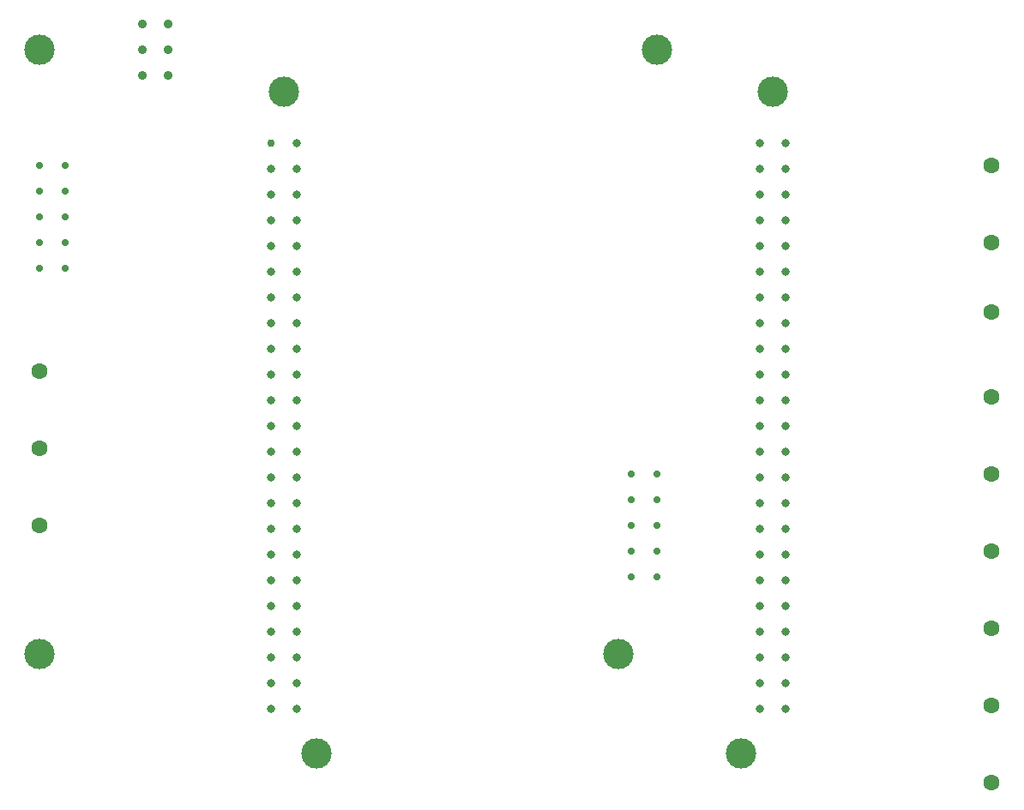
<source format=gbr>
G04 Layer_Color=0*
%FSLAX26Y26*%
%MOIN*%
%TF.FileFunction,Plated,1,2,PTH,Drill*%
%TF.Part,Single*%
G01*
G75*
%TA.AperFunction,ComponentDrill*%
%ADD33C,0.062992*%
%ADD34C,0.035433*%
%ADD35C,0.030000*%
%ADD36C,0.031496*%
%ADD37C,0.118110*%
%TA.AperFunction,OtherDrill,Free Pad (0mil,2350mil)*%
%ADD38C,0.118110*%
%TA.AperFunction,OtherDrill,Free Pad (2400mil,2350mil)*%
%ADD39C,0.118110*%
%TA.AperFunction,OtherDrill,Free Pad (2250mil,0mil)*%
%ADD40C,0.118110*%
%TA.AperFunction,OtherDrill,Free Pad (0mil,0mil)*%
%ADD41C,0.118110*%
%TA.AperFunction,ComponentDrill*%
%ADD42C,0.027953*%
D33*
X3700000Y1900000D02*
D03*
Y1330000D02*
D03*
Y400000D02*
D03*
Y-200000D02*
D03*
Y100000D02*
D03*
Y1600000D02*
D03*
Y700000D02*
D03*
Y1000000D02*
D03*
X0Y500000D02*
D03*
X3700000Y-500000D02*
D03*
X0Y800000D02*
D03*
Y1100000D02*
D03*
D34*
X500000Y2250000D02*
D03*
Y2350000D02*
D03*
Y2450000D02*
D03*
X400000D02*
D03*
Y2350000D02*
D03*
Y2250000D02*
D03*
D35*
X900000Y1987500D02*
D03*
D36*
X2800000Y-212500D02*
D03*
Y-112500D02*
D03*
Y-12500D02*
D03*
Y87500D02*
D03*
Y187500D02*
D03*
Y287500D02*
D03*
Y387500D02*
D03*
Y487500D02*
D03*
Y587500D02*
D03*
Y687500D02*
D03*
Y787500D02*
D03*
Y887500D02*
D03*
Y987500D02*
D03*
Y1087500D02*
D03*
Y1187500D02*
D03*
Y1287500D02*
D03*
Y1387500D02*
D03*
Y1487500D02*
D03*
Y1587500D02*
D03*
Y1687500D02*
D03*
Y1787500D02*
D03*
Y1887500D02*
D03*
X2900000Y-212500D02*
D03*
Y-112500D02*
D03*
Y-12500D02*
D03*
Y87500D02*
D03*
Y187500D02*
D03*
Y287500D02*
D03*
Y387500D02*
D03*
Y487500D02*
D03*
Y587500D02*
D03*
Y687500D02*
D03*
Y787500D02*
D03*
Y887500D02*
D03*
Y987500D02*
D03*
Y1087500D02*
D03*
Y1187500D02*
D03*
Y1287500D02*
D03*
Y1387500D02*
D03*
Y1487500D02*
D03*
Y1587500D02*
D03*
Y1687500D02*
D03*
Y1787500D02*
D03*
Y1887500D02*
D03*
Y1987500D02*
D03*
X2800000D02*
D03*
X900000Y-212500D02*
D03*
Y-112500D02*
D03*
Y-12500D02*
D03*
Y87500D02*
D03*
Y187500D02*
D03*
Y287500D02*
D03*
Y387500D02*
D03*
Y487500D02*
D03*
Y587500D02*
D03*
Y687500D02*
D03*
Y787500D02*
D03*
Y887500D02*
D03*
Y987500D02*
D03*
Y1087500D02*
D03*
Y1187500D02*
D03*
Y1287500D02*
D03*
Y1387500D02*
D03*
Y1487500D02*
D03*
Y1587500D02*
D03*
Y1687500D02*
D03*
Y1787500D02*
D03*
Y1887500D02*
D03*
X1000000Y-212500D02*
D03*
Y-112500D02*
D03*
Y-12500D02*
D03*
Y87500D02*
D03*
Y187500D02*
D03*
Y287500D02*
D03*
Y387500D02*
D03*
Y487500D02*
D03*
Y587500D02*
D03*
Y687500D02*
D03*
Y787500D02*
D03*
Y887500D02*
D03*
Y987500D02*
D03*
Y1087500D02*
D03*
Y1187500D02*
D03*
Y1287500D02*
D03*
Y1387500D02*
D03*
Y1487500D02*
D03*
Y1587500D02*
D03*
Y1687500D02*
D03*
Y1787500D02*
D03*
Y1887500D02*
D03*
Y1987500D02*
D03*
D37*
X1075000Y-387500D02*
D03*
X2725000D02*
D03*
X2850000Y2187500D02*
D03*
X950000D02*
D03*
D38*
X0Y2350000D02*
D03*
D39*
X2400000D02*
D03*
D40*
X2250000Y0D02*
D03*
D41*
X0D02*
D03*
D42*
X2400000Y700000D02*
D03*
Y600000D02*
D03*
Y500000D02*
D03*
Y400000D02*
D03*
Y300000D02*
D03*
X2300000Y700000D02*
D03*
Y600000D02*
D03*
Y500000D02*
D03*
Y400000D02*
D03*
Y300000D02*
D03*
X100000Y1900000D02*
D03*
Y1800000D02*
D03*
Y1700000D02*
D03*
Y1600000D02*
D03*
Y1500000D02*
D03*
X0Y1900000D02*
D03*
Y1800000D02*
D03*
Y1700000D02*
D03*
Y1600000D02*
D03*
Y1500000D02*
D03*
%TF.MD5,9a7bfee5c157ccd06c9fe0f010b07663*%
M02*

</source>
